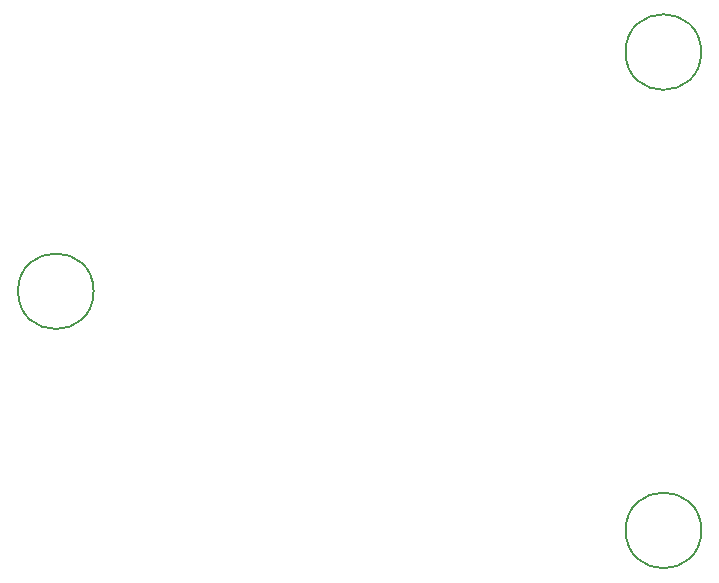
<source format=gbr>
G04 #@! TF.GenerationSoftware,KiCad,Pcbnew,8.0.8*
G04 #@! TF.CreationDate,2025-07-04T19:36:45+02:00*
G04 #@! TF.ProjectId,LaunchControl,4c61756e-6368-4436-9f6e-74726f6c2e6b,rev?*
G04 #@! TF.SameCoordinates,Original*
G04 #@! TF.FileFunction,Other,Comment*
%FSLAX46Y46*%
G04 Gerber Fmt 4.6, Leading zero omitted, Abs format (unit mm)*
G04 Created by KiCad (PCBNEW 8.0.8) date 2025-07-04 19:36:45*
%MOMM*%
%LPD*%
G01*
G04 APERTURE LIST*
%ADD10C,0.150000*%
G04 APERTURE END LIST*
D10*
G04 #@! TO.C,H2*
X167600000Y-83800000D02*
G75*
G02*
X161200000Y-83800000I-3200000J0D01*
G01*
X161200000Y-83800000D02*
G75*
G02*
X167600000Y-83800000I3200000J0D01*
G01*
G04 #@! TO.C,H3*
X116150000Y-63550000D02*
G75*
G02*
X109750000Y-63550000I-3200000J0D01*
G01*
X109750000Y-63550000D02*
G75*
G02*
X116150000Y-63550000I3200000J0D01*
G01*
G04 #@! TO.C,H1*
X167587951Y-43300000D02*
G75*
G02*
X161187951Y-43300000I-3200000J0D01*
G01*
X161187951Y-43300000D02*
G75*
G02*
X167587951Y-43300000I3200000J0D01*
G01*
G04 #@! TD*
M02*

</source>
